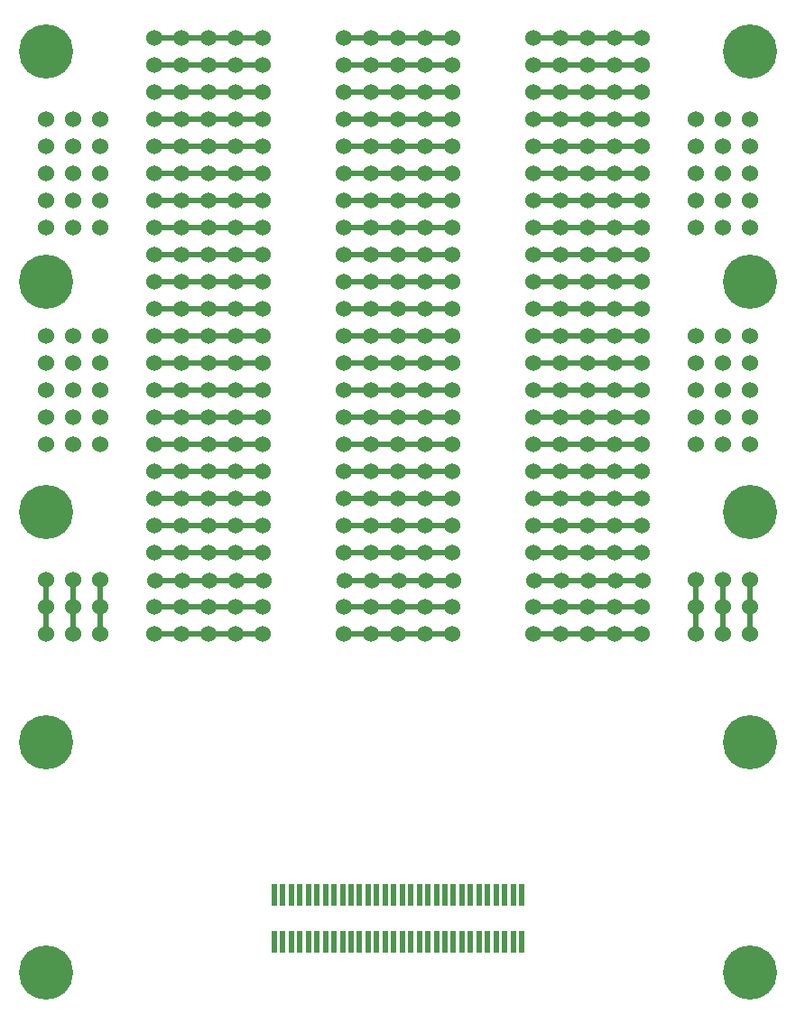
<source format=gtl>
G04*
G04 #@! TF.GenerationSoftware,Altium Limited,Altium Designer,24.0.1 (36)*
G04*
G04 Layer_Physical_Order=1*
G04 Layer_Color=255*
%FSLAX44Y44*%
%MOMM*%
G71*
G04*
G04 #@! TF.SameCoordinates,2E35C3AD-188A-49CD-8274-300F61BF0D8F*
G04*
G04*
G04 #@! TF.FilePolarity,Positive*
G04*
G01*
G75*
%ADD13R,0.5000X2.0000*%
%ADD17C,0.5080*%
%ADD18C,1.5240*%
%ADD19C,5.0800*%
D13*
X1119300Y371700D02*
D03*
Y415700D02*
D03*
X1111300Y371700D02*
D03*
Y415700D02*
D03*
X1103300Y371700D02*
D03*
Y415700D02*
D03*
X1095300Y371700D02*
D03*
Y415700D02*
D03*
X1087300Y371700D02*
D03*
Y415700D02*
D03*
X1079300Y371700D02*
D03*
Y415700D02*
D03*
X1071300Y371700D02*
D03*
Y415700D02*
D03*
X1063300Y371700D02*
D03*
Y415700D02*
D03*
X1055300Y371700D02*
D03*
Y415700D02*
D03*
X1047300Y371700D02*
D03*
Y415700D02*
D03*
X1039300Y371700D02*
D03*
Y415700D02*
D03*
X1031300Y371700D02*
D03*
Y415700D02*
D03*
X1023300Y371700D02*
D03*
Y415700D02*
D03*
X1015300Y371700D02*
D03*
Y415700D02*
D03*
X1007300Y371700D02*
D03*
Y415700D02*
D03*
X999300Y371700D02*
D03*
Y415700D02*
D03*
X991300Y371700D02*
D03*
Y415700D02*
D03*
X983300Y371700D02*
D03*
Y415700D02*
D03*
X975300Y371700D02*
D03*
Y415700D02*
D03*
X967300Y371700D02*
D03*
Y415700D02*
D03*
X959300Y371700D02*
D03*
Y415700D02*
D03*
X951300Y371700D02*
D03*
Y415700D02*
D03*
X943300Y371700D02*
D03*
Y415700D02*
D03*
X935300Y371700D02*
D03*
Y415700D02*
D03*
X927300Y371700D02*
D03*
Y415700D02*
D03*
X919300Y371700D02*
D03*
Y415700D02*
D03*
X911300Y371700D02*
D03*
Y415700D02*
D03*
X903300Y371700D02*
D03*
Y415700D02*
D03*
X895300Y371700D02*
D03*
Y415700D02*
D03*
X887300Y371700D02*
D03*
Y415700D02*
D03*
D17*
X673100Y685800D02*
Y711200D01*
Y660400D02*
Y685800D01*
X1333500D02*
Y711200D01*
Y660400D02*
Y685800D01*
X1308100D02*
Y711200D01*
Y660400D02*
Y685800D01*
X1282700D02*
Y711200D01*
Y660400D02*
Y685800D01*
X723900D02*
Y711200D01*
Y660400D02*
Y685800D01*
X698500D02*
Y711200D01*
Y660400D02*
Y685800D01*
X1130300Y1219200D02*
X1231900D01*
X1130300Y1193800D02*
X1231900D01*
X1130300Y1168400D02*
X1231900D01*
X1130300Y1143000D02*
X1231900D01*
X1130300Y1117600D02*
X1231900D01*
X1130300Y1092200D02*
X1231900D01*
X1130300Y1066800D02*
X1231900D01*
X1130300Y1041400D02*
X1231900D01*
X1130300Y1016000D02*
X1231900D01*
X1130300Y990600D02*
X1231900D01*
X1130300Y965200D02*
X1231900D01*
X1130300Y939800D02*
X1231900D01*
X1130300Y914400D02*
X1231900D01*
X1130300Y889000D02*
X1231900D01*
X1130300Y863600D02*
X1231900D01*
X1130300Y838200D02*
X1231900D01*
X1130300Y812800D02*
X1231900D01*
X1130300Y787400D02*
X1231900D01*
X1130300Y762000D02*
X1231900D01*
X1130300Y736600D02*
X1231900D01*
X1130936Y710711D02*
X1232536D01*
X1130300Y685800D02*
X1231900D01*
X1130300Y660400D02*
X1231900D01*
X952500Y1219200D02*
X1054100D01*
X952500Y1193800D02*
X1054100D01*
X952500Y1168400D02*
X1054100D01*
X952500Y1143000D02*
X1054100D01*
X952500Y1117600D02*
X1054100D01*
X952500Y1092200D02*
X1054100D01*
X952500Y1066800D02*
X1054100D01*
X952500Y1041400D02*
X1054100D01*
X952500Y1016000D02*
X1054100D01*
X952500Y990600D02*
X1054100D01*
X952500Y965200D02*
X1054100D01*
X952500Y939800D02*
X1054100D01*
X952500Y914400D02*
X1054100D01*
X952500Y889000D02*
X1054100D01*
X952500Y863600D02*
X1054100D01*
X952500Y838200D02*
X1054100D01*
X952500Y812800D02*
X1054100D01*
X952500Y787400D02*
X1054100D01*
X952500Y762000D02*
X1054100D01*
X952500Y736600D02*
X1054100D01*
X953136Y710711D02*
X1054736D01*
X952500Y685800D02*
X1054100D01*
X952500Y660400D02*
X1054100D01*
X774700Y1219200D02*
X876300D01*
X774700Y1193800D02*
X876300D01*
X774700Y1168400D02*
X876300D01*
X774700Y1143000D02*
X876300D01*
X774700Y1117600D02*
X876300D01*
X774700Y1092200D02*
X876300D01*
X774700Y1066800D02*
X876300D01*
X774700Y1041400D02*
X876300D01*
X774700Y1016000D02*
X876300D01*
X774700Y990600D02*
X876300D01*
X774700Y965200D02*
X876300D01*
X774700Y939800D02*
X876300D01*
X774700Y914400D02*
X876300D01*
X774700Y889000D02*
X876300D01*
X774700Y863600D02*
X876300D01*
X774700Y838200D02*
X876300D01*
X774700Y812800D02*
X876300D01*
X774700Y787400D02*
X876300D01*
X774700Y762000D02*
X876300D01*
X774700Y736600D02*
X876300D01*
X775336Y710711D02*
X876936D01*
X774700Y685800D02*
X876300D01*
X774700Y660400D02*
X876300D01*
D18*
X723900Y1041400D02*
D03*
X698500D02*
D03*
X673100D02*
D03*
X1333500Y1143000D02*
D03*
X1308100D02*
D03*
X1282700D02*
D03*
X1333500Y1117600D02*
D03*
X1308100D02*
D03*
X1282700D02*
D03*
X1333500Y1092200D02*
D03*
X1308100D02*
D03*
X1282700D02*
D03*
X1333500Y1066800D02*
D03*
X1308100D02*
D03*
X1282700D02*
D03*
X1333500Y939800D02*
D03*
X1308100D02*
D03*
X1282700D02*
D03*
X1333500Y914400D02*
D03*
X1308100D02*
D03*
X1282700D02*
D03*
X1333500Y889000D02*
D03*
X1308100D02*
D03*
X1282700D02*
D03*
X1333500Y863600D02*
D03*
X1308100D02*
D03*
X1282700D02*
D03*
X1333500Y838200D02*
D03*
X1308100D02*
D03*
X1282700D02*
D03*
X723900Y1143000D02*
D03*
X698500D02*
D03*
X673100D02*
D03*
X723900Y1117600D02*
D03*
X698500D02*
D03*
X673100D02*
D03*
X723900Y1092200D02*
D03*
X698500D02*
D03*
X673100D02*
D03*
X723900Y1066800D02*
D03*
X698500D02*
D03*
X673100D02*
D03*
X723900Y939800D02*
D03*
X698500D02*
D03*
X673100D02*
D03*
X723900Y914400D02*
D03*
X698500D02*
D03*
X673100D02*
D03*
X723900Y889000D02*
D03*
X698500D02*
D03*
X673100D02*
D03*
X723900Y863600D02*
D03*
X698500D02*
D03*
X673100D02*
D03*
X723900Y838200D02*
D03*
X698500D02*
D03*
X673100D02*
D03*
X1333500Y711200D02*
D03*
X1308100D02*
D03*
X1282700D02*
D03*
X1333500Y685800D02*
D03*
X1308100D02*
D03*
X1282700D02*
D03*
X723900Y711200D02*
D03*
Y685800D02*
D03*
X698500Y711200D02*
D03*
Y685800D02*
D03*
X673100Y711200D02*
D03*
Y685800D02*
D03*
X774700Y1219200D02*
D03*
X800100D02*
D03*
X825500D02*
D03*
X850900D02*
D03*
X876300D02*
D03*
X774700Y1193800D02*
D03*
X800100D02*
D03*
X825500D02*
D03*
X850900D02*
D03*
X876300D02*
D03*
X774700Y1168400D02*
D03*
X800100D02*
D03*
X825500D02*
D03*
X850900D02*
D03*
X876300D02*
D03*
X774700Y1143000D02*
D03*
X800100D02*
D03*
X825500D02*
D03*
X850900D02*
D03*
X876300D02*
D03*
X774700Y1117600D02*
D03*
X800100D02*
D03*
X825500D02*
D03*
X850900D02*
D03*
X876300D02*
D03*
X774700Y1092200D02*
D03*
X800100D02*
D03*
X825500D02*
D03*
X850900D02*
D03*
X876300D02*
D03*
X774700Y1066800D02*
D03*
X800100D02*
D03*
X825500D02*
D03*
X850900D02*
D03*
X876300D02*
D03*
X774700Y1041400D02*
D03*
X800100D02*
D03*
X825500D02*
D03*
X850900D02*
D03*
X876300D02*
D03*
X774700Y1016000D02*
D03*
X800100D02*
D03*
X825500D02*
D03*
X850900D02*
D03*
X876300D02*
D03*
X774700Y990600D02*
D03*
X800100D02*
D03*
X825500D02*
D03*
X850900D02*
D03*
X876300D02*
D03*
X774700Y965200D02*
D03*
X800100D02*
D03*
X825500D02*
D03*
X850900D02*
D03*
X876300D02*
D03*
X774700Y939800D02*
D03*
X800100D02*
D03*
X825500D02*
D03*
X850900D02*
D03*
X876300D02*
D03*
X774700Y914400D02*
D03*
X800100D02*
D03*
X825500D02*
D03*
X850900D02*
D03*
X876300D02*
D03*
X774700Y889000D02*
D03*
X800100D02*
D03*
X825500D02*
D03*
X850900D02*
D03*
X876300D02*
D03*
X774700Y863600D02*
D03*
X800100D02*
D03*
X825500D02*
D03*
X850900D02*
D03*
X876300D02*
D03*
X774700Y838200D02*
D03*
X800100D02*
D03*
X825500D02*
D03*
X850900D02*
D03*
X876300D02*
D03*
X774700Y812800D02*
D03*
X800100D02*
D03*
X825500D02*
D03*
X850900D02*
D03*
X876300D02*
D03*
X774700Y787400D02*
D03*
X800100D02*
D03*
X825500D02*
D03*
X850900D02*
D03*
X876300D02*
D03*
X774700Y762000D02*
D03*
X800100D02*
D03*
X825500D02*
D03*
X850900D02*
D03*
X876300D02*
D03*
X774700Y736600D02*
D03*
X800100D02*
D03*
X825500D02*
D03*
X850900D02*
D03*
X876300D02*
D03*
X775336Y710711D02*
D03*
X800736D02*
D03*
X826136D02*
D03*
X851536D02*
D03*
X876936D02*
D03*
X1333500Y660400D02*
D03*
X1308100D02*
D03*
X1282700D02*
D03*
X723900D02*
D03*
X698500D02*
D03*
X673100D02*
D03*
X774700D02*
D03*
X800100D02*
D03*
X825500D02*
D03*
X850900D02*
D03*
X876300D02*
D03*
X774700Y685800D02*
D03*
X800100D02*
D03*
X825500D02*
D03*
X850900D02*
D03*
X876300D02*
D03*
X952500Y1219200D02*
D03*
X977900D02*
D03*
X1003300D02*
D03*
X1028700D02*
D03*
X1054100D02*
D03*
X952500Y1193800D02*
D03*
X977900D02*
D03*
X1003300D02*
D03*
X1028700D02*
D03*
X1054100D02*
D03*
X952500Y1168400D02*
D03*
X977900D02*
D03*
X1003300D02*
D03*
X1028700D02*
D03*
X1054100D02*
D03*
X952500Y1143000D02*
D03*
X977900D02*
D03*
X1003300D02*
D03*
X1028700D02*
D03*
X1054100D02*
D03*
X952500Y1117600D02*
D03*
X977900D02*
D03*
X1003300D02*
D03*
X1028700D02*
D03*
X1054100D02*
D03*
X952500Y1092200D02*
D03*
X977900D02*
D03*
X1003300D02*
D03*
X1028700D02*
D03*
X1054100D02*
D03*
X952500Y1066800D02*
D03*
X977900D02*
D03*
X1003300D02*
D03*
X1028700D02*
D03*
X1054100D02*
D03*
X952500Y1041400D02*
D03*
X977900D02*
D03*
X1003300D02*
D03*
X1028700D02*
D03*
X1054100D02*
D03*
X952500Y1016000D02*
D03*
X977900D02*
D03*
X1003300D02*
D03*
X1028700D02*
D03*
X1054100D02*
D03*
X952500Y990600D02*
D03*
X977900D02*
D03*
X1003300D02*
D03*
X1028700D02*
D03*
X1054100D02*
D03*
X952500Y965200D02*
D03*
X977900D02*
D03*
X1003300D02*
D03*
X1028700D02*
D03*
X1054100D02*
D03*
X952500Y939800D02*
D03*
X977900D02*
D03*
X1003300D02*
D03*
X1028700D02*
D03*
X1054100D02*
D03*
X952500Y914400D02*
D03*
X977900D02*
D03*
X1003300D02*
D03*
X1028700D02*
D03*
X1054100D02*
D03*
X952500Y889000D02*
D03*
X977900D02*
D03*
X1003300D02*
D03*
X1028700D02*
D03*
X1054100D02*
D03*
X952500Y863600D02*
D03*
X977900D02*
D03*
X1003300D02*
D03*
X1028700D02*
D03*
X1054100D02*
D03*
X952500Y838200D02*
D03*
X977900D02*
D03*
X1003300D02*
D03*
X1028700D02*
D03*
X1054100D02*
D03*
X952500Y812800D02*
D03*
X977900D02*
D03*
X1003300D02*
D03*
X1028700D02*
D03*
X1054100D02*
D03*
X952500Y787400D02*
D03*
X977900D02*
D03*
X1003300D02*
D03*
X1028700D02*
D03*
X1054100D02*
D03*
X952500Y762000D02*
D03*
X977900D02*
D03*
X1003300D02*
D03*
X1028700D02*
D03*
X1054100D02*
D03*
X952500Y736600D02*
D03*
X977900D02*
D03*
X1003300D02*
D03*
X1028700D02*
D03*
X1054100D02*
D03*
X953136Y710711D02*
D03*
X978536D02*
D03*
X1003936D02*
D03*
X1029336D02*
D03*
X1054736D02*
D03*
X952500Y660400D02*
D03*
X977900D02*
D03*
X1003300D02*
D03*
X1028700D02*
D03*
X1054100D02*
D03*
X952500Y685800D02*
D03*
X977900D02*
D03*
X1003300D02*
D03*
X1028700D02*
D03*
X1054100D02*
D03*
X1130300Y1219200D02*
D03*
X1155700D02*
D03*
X1181100D02*
D03*
X1206500D02*
D03*
X1231900D02*
D03*
X1130300Y1193800D02*
D03*
X1155700D02*
D03*
X1181100D02*
D03*
X1206500D02*
D03*
X1231900D02*
D03*
X1130300Y1168400D02*
D03*
X1155700D02*
D03*
X1181100D02*
D03*
X1206500D02*
D03*
X1231900D02*
D03*
X1130300Y1143000D02*
D03*
X1155700D02*
D03*
X1181100D02*
D03*
X1206500D02*
D03*
X1231900D02*
D03*
X1130300Y1117600D02*
D03*
X1155700D02*
D03*
X1181100D02*
D03*
X1206500D02*
D03*
X1231900D02*
D03*
X1130300Y1092200D02*
D03*
X1155700D02*
D03*
X1181100D02*
D03*
X1206500D02*
D03*
X1231900D02*
D03*
X1130300Y1066800D02*
D03*
X1155700D02*
D03*
X1181100D02*
D03*
X1206500D02*
D03*
X1231900D02*
D03*
X1130300Y1041400D02*
D03*
X1155700D02*
D03*
X1181100D02*
D03*
X1206500D02*
D03*
X1231900D02*
D03*
X1130300Y1016000D02*
D03*
X1155700D02*
D03*
X1181100D02*
D03*
X1206500D02*
D03*
X1231900D02*
D03*
X1130300Y990600D02*
D03*
X1155700D02*
D03*
X1181100D02*
D03*
X1206500D02*
D03*
X1231900D02*
D03*
X1130300Y965200D02*
D03*
X1155700D02*
D03*
X1181100D02*
D03*
X1206500D02*
D03*
X1231900D02*
D03*
X1130300Y939800D02*
D03*
X1155700D02*
D03*
X1181100D02*
D03*
X1206500D02*
D03*
X1231900D02*
D03*
X1130300Y914400D02*
D03*
X1155700D02*
D03*
X1181100D02*
D03*
X1206500D02*
D03*
X1231900D02*
D03*
X1130300Y889000D02*
D03*
X1155700D02*
D03*
X1181100D02*
D03*
X1206500D02*
D03*
X1231900D02*
D03*
X1130300Y863600D02*
D03*
X1155700D02*
D03*
X1181100D02*
D03*
X1206500D02*
D03*
X1231900D02*
D03*
X1130300Y838200D02*
D03*
X1155700D02*
D03*
X1181100D02*
D03*
X1206500D02*
D03*
X1231900D02*
D03*
X1130300Y812800D02*
D03*
X1155700D02*
D03*
X1181100D02*
D03*
X1206500D02*
D03*
X1231900D02*
D03*
X1130300Y787400D02*
D03*
X1155700D02*
D03*
X1181100D02*
D03*
X1206500D02*
D03*
X1231900D02*
D03*
X1130300Y762000D02*
D03*
X1155700D02*
D03*
X1181100D02*
D03*
X1206500D02*
D03*
X1231900D02*
D03*
X1130300Y736600D02*
D03*
X1155700D02*
D03*
X1181100D02*
D03*
X1206500D02*
D03*
X1231900D02*
D03*
X1130936Y710711D02*
D03*
X1156336D02*
D03*
X1181736D02*
D03*
X1207136D02*
D03*
X1232536D02*
D03*
X1130300Y660400D02*
D03*
X1155700D02*
D03*
X1181100D02*
D03*
X1206500D02*
D03*
X1231900D02*
D03*
X1130300Y685800D02*
D03*
X1155700D02*
D03*
X1181100D02*
D03*
X1206500D02*
D03*
X1231900D02*
D03*
X1333500Y1041400D02*
D03*
X1308100D02*
D03*
X1282700D02*
D03*
D19*
X673100Y1206500D02*
D03*
X1333500D02*
D03*
X673100Y990600D02*
D03*
X1333500D02*
D03*
X673100Y774700D02*
D03*
X1333500D02*
D03*
X673100Y558800D02*
D03*
X1333500D02*
D03*
Y342900D02*
D03*
X673100D02*
D03*
M02*

</source>
